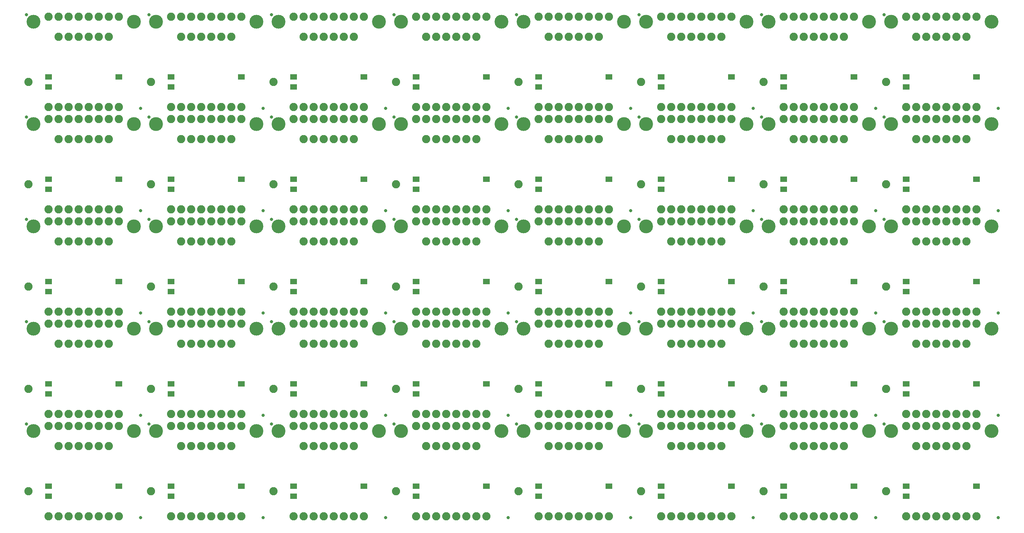
<source format=gbs>
G75*
%MOIN*%
%OFA0B0*%
%FSLAX25Y25*%
%IPPOS*%
%LPD*%
%AMOC8*
5,1,8,0,0,1.08239X$1,22.5*
%
%ADD10C,0.13800*%
%ADD11C,0.08200*%
%ADD12R,0.03300X0.05800*%
%ADD13C,0.03300*%
D10*
X0038750Y0118750D03*
X0138750Y0118750D03*
X0160750Y0118750D03*
X0260750Y0118750D03*
X0282750Y0118750D03*
X0382750Y0118750D03*
X0404750Y0118750D03*
X0504750Y0118750D03*
X0526750Y0118750D03*
X0626750Y0118750D03*
X0648750Y0118750D03*
X0748750Y0118750D03*
X0770750Y0118750D03*
X0870750Y0118750D03*
X0892750Y0118750D03*
X0992750Y0118750D03*
X0992750Y0220750D03*
X0892750Y0220750D03*
X0870750Y0220750D03*
X0770750Y0220750D03*
X0748750Y0220750D03*
X0648750Y0220750D03*
X0626750Y0220750D03*
X0526750Y0220750D03*
X0504750Y0220750D03*
X0404750Y0220750D03*
X0382750Y0220750D03*
X0282750Y0220750D03*
X0260750Y0220750D03*
X0160750Y0220750D03*
X0138750Y0220750D03*
X0038750Y0220750D03*
X0038750Y0322750D03*
X0138750Y0322750D03*
X0160750Y0322750D03*
X0260750Y0322750D03*
X0282750Y0322750D03*
X0382750Y0322750D03*
X0404750Y0322750D03*
X0504750Y0322750D03*
X0526750Y0322750D03*
X0626750Y0322750D03*
X0648750Y0322750D03*
X0748750Y0322750D03*
X0770750Y0322750D03*
X0870750Y0322750D03*
X0892750Y0322750D03*
X0992750Y0322750D03*
X0992750Y0424750D03*
X0892750Y0424750D03*
X0870750Y0424750D03*
X0770750Y0424750D03*
X0748750Y0424750D03*
X0648750Y0424750D03*
X0626750Y0424750D03*
X0526750Y0424750D03*
X0504750Y0424750D03*
X0404750Y0424750D03*
X0382750Y0424750D03*
X0282750Y0424750D03*
X0260750Y0424750D03*
X0160750Y0424750D03*
X0138750Y0424750D03*
X0038750Y0424750D03*
X0038750Y0526750D03*
X0138750Y0526750D03*
X0160750Y0526750D03*
X0260750Y0526750D03*
X0282750Y0526750D03*
X0382750Y0526750D03*
X0404750Y0526750D03*
X0504750Y0526750D03*
X0526750Y0526750D03*
X0626750Y0526750D03*
X0648750Y0526750D03*
X0748750Y0526750D03*
X0770750Y0526750D03*
X0870750Y0526750D03*
X0892750Y0526750D03*
X0992750Y0526750D03*
D11*
X0053750Y0033750D03*
X0063750Y0033750D03*
X0073750Y0033750D03*
X0083750Y0033750D03*
X0093750Y0033750D03*
X0103750Y0033750D03*
X0113750Y0033750D03*
X0123750Y0033750D03*
X0155750Y0058750D03*
X0175750Y0033750D03*
X0185750Y0033750D03*
X0195750Y0033750D03*
X0205750Y0033750D03*
X0215750Y0033750D03*
X0225750Y0033750D03*
X0235750Y0033750D03*
X0245750Y0033750D03*
X0277750Y0058750D03*
X0297750Y0033750D03*
X0307750Y0033750D03*
X0317750Y0033750D03*
X0327750Y0033750D03*
X0337750Y0033750D03*
X0347750Y0033750D03*
X0357750Y0033750D03*
X0367750Y0033750D03*
X0399750Y0058750D03*
X0419750Y0033750D03*
X0429750Y0033750D03*
X0439750Y0033750D03*
X0449750Y0033750D03*
X0459750Y0033750D03*
X0469750Y0033750D03*
X0479750Y0033750D03*
X0489750Y0033750D03*
X0521750Y0058750D03*
X0541750Y0033750D03*
X0551750Y0033750D03*
X0561750Y0033750D03*
X0571750Y0033750D03*
X0581750Y0033750D03*
X0591750Y0033750D03*
X0601750Y0033750D03*
X0611750Y0033750D03*
X0643750Y0058750D03*
X0663750Y0033750D03*
X0673750Y0033750D03*
X0683750Y0033750D03*
X0693750Y0033750D03*
X0703750Y0033750D03*
X0713750Y0033750D03*
X0723750Y0033750D03*
X0733750Y0033750D03*
X0765750Y0058750D03*
X0785750Y0033750D03*
X0795750Y0033750D03*
X0805750Y0033750D03*
X0815750Y0033750D03*
X0825750Y0033750D03*
X0835750Y0033750D03*
X0845750Y0033750D03*
X0855750Y0033750D03*
X0887750Y0058750D03*
X0907750Y0033750D03*
X0917750Y0033750D03*
X0927750Y0033750D03*
X0937750Y0033750D03*
X0947750Y0033750D03*
X0957750Y0033750D03*
X0967750Y0033750D03*
X0977750Y0033750D03*
X0967750Y0103750D03*
X0957750Y0103750D03*
X0947750Y0103750D03*
X0937750Y0103750D03*
X0927750Y0103750D03*
X0917750Y0103750D03*
X0917750Y0123750D03*
X0907750Y0123750D03*
X0907750Y0135750D03*
X0917750Y0135750D03*
X0927750Y0135750D03*
X0937750Y0135750D03*
X0947750Y0135750D03*
X0957750Y0135750D03*
X0967750Y0135750D03*
X0977750Y0135750D03*
X0977750Y0123750D03*
X0967750Y0123750D03*
X0957750Y0123750D03*
X0947750Y0123750D03*
X0937750Y0123750D03*
X0927750Y0123750D03*
X0887750Y0160750D03*
X0855750Y0135750D03*
X0845750Y0135750D03*
X0835750Y0135750D03*
X0825750Y0135750D03*
X0815750Y0135750D03*
X0805750Y0135750D03*
X0795750Y0135750D03*
X0785750Y0135750D03*
X0785750Y0123750D03*
X0795750Y0123750D03*
X0805750Y0123750D03*
X0815750Y0123750D03*
X0825750Y0123750D03*
X0835750Y0123750D03*
X0845750Y0123750D03*
X0855750Y0123750D03*
X0845750Y0103750D03*
X0835750Y0103750D03*
X0825750Y0103750D03*
X0815750Y0103750D03*
X0805750Y0103750D03*
X0795750Y0103750D03*
X0733750Y0123750D03*
X0723750Y0123750D03*
X0713750Y0123750D03*
X0703750Y0123750D03*
X0693750Y0123750D03*
X0683750Y0123750D03*
X0673750Y0123750D03*
X0663750Y0123750D03*
X0663750Y0135750D03*
X0673750Y0135750D03*
X0683750Y0135750D03*
X0693750Y0135750D03*
X0703750Y0135750D03*
X0713750Y0135750D03*
X0723750Y0135750D03*
X0733750Y0135750D03*
X0765750Y0160750D03*
X0795750Y0205750D03*
X0805750Y0205750D03*
X0815750Y0205750D03*
X0825750Y0205750D03*
X0835750Y0205750D03*
X0845750Y0205750D03*
X0845750Y0225750D03*
X0835750Y0225750D03*
X0825750Y0225750D03*
X0815750Y0225750D03*
X0805750Y0225750D03*
X0795750Y0225750D03*
X0785750Y0225750D03*
X0785750Y0237750D03*
X0795750Y0237750D03*
X0805750Y0237750D03*
X0815750Y0237750D03*
X0825750Y0237750D03*
X0835750Y0237750D03*
X0845750Y0237750D03*
X0855750Y0237750D03*
X0855750Y0225750D03*
X0907750Y0225750D03*
X0917750Y0225750D03*
X0927750Y0225750D03*
X0937750Y0225750D03*
X0947750Y0225750D03*
X0957750Y0225750D03*
X0967750Y0225750D03*
X0977750Y0225750D03*
X0977750Y0237750D03*
X0967750Y0237750D03*
X0957750Y0237750D03*
X0947750Y0237750D03*
X0937750Y0237750D03*
X0927750Y0237750D03*
X0917750Y0237750D03*
X0907750Y0237750D03*
X0887750Y0262750D03*
X0917750Y0307750D03*
X0927750Y0307750D03*
X0937750Y0307750D03*
X0947750Y0307750D03*
X0957750Y0307750D03*
X0967750Y0307750D03*
X0967750Y0327750D03*
X0957750Y0327750D03*
X0947750Y0327750D03*
X0937750Y0327750D03*
X0927750Y0327750D03*
X0917750Y0327750D03*
X0907750Y0327750D03*
X0907750Y0339750D03*
X0917750Y0339750D03*
X0927750Y0339750D03*
X0937750Y0339750D03*
X0947750Y0339750D03*
X0957750Y0339750D03*
X0967750Y0339750D03*
X0977750Y0339750D03*
X0977750Y0327750D03*
X0887750Y0364750D03*
X0855750Y0339750D03*
X0845750Y0339750D03*
X0835750Y0339750D03*
X0825750Y0339750D03*
X0815750Y0339750D03*
X0805750Y0339750D03*
X0795750Y0339750D03*
X0785750Y0339750D03*
X0785750Y0327750D03*
X0795750Y0327750D03*
X0805750Y0327750D03*
X0815750Y0327750D03*
X0825750Y0327750D03*
X0835750Y0327750D03*
X0845750Y0327750D03*
X0855750Y0327750D03*
X0845750Y0307750D03*
X0835750Y0307750D03*
X0825750Y0307750D03*
X0815750Y0307750D03*
X0805750Y0307750D03*
X0795750Y0307750D03*
X0733750Y0327750D03*
X0723750Y0327750D03*
X0713750Y0327750D03*
X0703750Y0327750D03*
X0693750Y0327750D03*
X0683750Y0327750D03*
X0673750Y0327750D03*
X0663750Y0327750D03*
X0663750Y0339750D03*
X0673750Y0339750D03*
X0683750Y0339750D03*
X0693750Y0339750D03*
X0703750Y0339750D03*
X0713750Y0339750D03*
X0723750Y0339750D03*
X0733750Y0339750D03*
X0765750Y0364750D03*
X0795750Y0409750D03*
X0805750Y0409750D03*
X0815750Y0409750D03*
X0825750Y0409750D03*
X0835750Y0409750D03*
X0845750Y0409750D03*
X0845750Y0429750D03*
X0835750Y0429750D03*
X0825750Y0429750D03*
X0815750Y0429750D03*
X0805750Y0429750D03*
X0795750Y0429750D03*
X0785750Y0429750D03*
X0785750Y0441750D03*
X0795750Y0441750D03*
X0805750Y0441750D03*
X0815750Y0441750D03*
X0825750Y0441750D03*
X0835750Y0441750D03*
X0845750Y0441750D03*
X0855750Y0441750D03*
X0855750Y0429750D03*
X0907750Y0429750D03*
X0917750Y0429750D03*
X0927750Y0429750D03*
X0937750Y0429750D03*
X0947750Y0429750D03*
X0957750Y0429750D03*
X0967750Y0429750D03*
X0977750Y0429750D03*
X0977750Y0441750D03*
X0967750Y0441750D03*
X0957750Y0441750D03*
X0947750Y0441750D03*
X0937750Y0441750D03*
X0927750Y0441750D03*
X0917750Y0441750D03*
X0907750Y0441750D03*
X0887750Y0466750D03*
X0917750Y0511750D03*
X0927750Y0511750D03*
X0937750Y0511750D03*
X0947750Y0511750D03*
X0957750Y0511750D03*
X0967750Y0511750D03*
X0967750Y0531750D03*
X0957750Y0531750D03*
X0947750Y0531750D03*
X0937750Y0531750D03*
X0927750Y0531750D03*
X0917750Y0531750D03*
X0907750Y0531750D03*
X0855750Y0531750D03*
X0845750Y0531750D03*
X0835750Y0531750D03*
X0825750Y0531750D03*
X0815750Y0531750D03*
X0805750Y0531750D03*
X0795750Y0531750D03*
X0785750Y0531750D03*
X0795750Y0511750D03*
X0805750Y0511750D03*
X0815750Y0511750D03*
X0825750Y0511750D03*
X0835750Y0511750D03*
X0845750Y0511750D03*
X0765750Y0466750D03*
X0733750Y0441750D03*
X0723750Y0441750D03*
X0713750Y0441750D03*
X0703750Y0441750D03*
X0693750Y0441750D03*
X0683750Y0441750D03*
X0673750Y0441750D03*
X0663750Y0441750D03*
X0663750Y0429750D03*
X0673750Y0429750D03*
X0683750Y0429750D03*
X0693750Y0429750D03*
X0703750Y0429750D03*
X0713750Y0429750D03*
X0723750Y0429750D03*
X0733750Y0429750D03*
X0723750Y0409750D03*
X0713750Y0409750D03*
X0703750Y0409750D03*
X0693750Y0409750D03*
X0683750Y0409750D03*
X0673750Y0409750D03*
X0611750Y0429750D03*
X0601750Y0429750D03*
X0591750Y0429750D03*
X0581750Y0429750D03*
X0571750Y0429750D03*
X0561750Y0429750D03*
X0551750Y0429750D03*
X0541750Y0429750D03*
X0541750Y0441750D03*
X0551750Y0441750D03*
X0561750Y0441750D03*
X0571750Y0441750D03*
X0581750Y0441750D03*
X0591750Y0441750D03*
X0601750Y0441750D03*
X0611750Y0441750D03*
X0643750Y0466750D03*
X0673750Y0511750D03*
X0683750Y0511750D03*
X0693750Y0511750D03*
X0703750Y0511750D03*
X0713750Y0511750D03*
X0723750Y0511750D03*
X0723750Y0531750D03*
X0713750Y0531750D03*
X0703750Y0531750D03*
X0693750Y0531750D03*
X0683750Y0531750D03*
X0673750Y0531750D03*
X0663750Y0531750D03*
X0611750Y0531750D03*
X0601750Y0531750D03*
X0591750Y0531750D03*
X0581750Y0531750D03*
X0571750Y0531750D03*
X0561750Y0531750D03*
X0551750Y0531750D03*
X0541750Y0531750D03*
X0551750Y0511750D03*
X0561750Y0511750D03*
X0571750Y0511750D03*
X0581750Y0511750D03*
X0591750Y0511750D03*
X0601750Y0511750D03*
X0521750Y0466750D03*
X0489750Y0441750D03*
X0479750Y0441750D03*
X0469750Y0441750D03*
X0459750Y0441750D03*
X0449750Y0441750D03*
X0439750Y0441750D03*
X0429750Y0441750D03*
X0419750Y0441750D03*
X0419750Y0429750D03*
X0429750Y0429750D03*
X0439750Y0429750D03*
X0449750Y0429750D03*
X0459750Y0429750D03*
X0469750Y0429750D03*
X0479750Y0429750D03*
X0489750Y0429750D03*
X0479750Y0409750D03*
X0469750Y0409750D03*
X0459750Y0409750D03*
X0449750Y0409750D03*
X0439750Y0409750D03*
X0429750Y0409750D03*
X0367750Y0429750D03*
X0357750Y0429750D03*
X0347750Y0429750D03*
X0337750Y0429750D03*
X0327750Y0429750D03*
X0317750Y0429750D03*
X0307750Y0429750D03*
X0297750Y0429750D03*
X0297750Y0441750D03*
X0307750Y0441750D03*
X0317750Y0441750D03*
X0327750Y0441750D03*
X0337750Y0441750D03*
X0347750Y0441750D03*
X0357750Y0441750D03*
X0367750Y0441750D03*
X0399750Y0466750D03*
X0429750Y0511750D03*
X0439750Y0511750D03*
X0449750Y0511750D03*
X0459750Y0511750D03*
X0469750Y0511750D03*
X0479750Y0511750D03*
X0479750Y0531750D03*
X0469750Y0531750D03*
X0459750Y0531750D03*
X0449750Y0531750D03*
X0439750Y0531750D03*
X0429750Y0531750D03*
X0419750Y0531750D03*
X0367750Y0531750D03*
X0357750Y0531750D03*
X0347750Y0531750D03*
X0337750Y0531750D03*
X0327750Y0531750D03*
X0317750Y0531750D03*
X0307750Y0531750D03*
X0297750Y0531750D03*
X0307750Y0511750D03*
X0317750Y0511750D03*
X0327750Y0511750D03*
X0337750Y0511750D03*
X0347750Y0511750D03*
X0357750Y0511750D03*
X0277750Y0466750D03*
X0245750Y0441750D03*
X0235750Y0441750D03*
X0225750Y0441750D03*
X0215750Y0441750D03*
X0205750Y0441750D03*
X0195750Y0441750D03*
X0185750Y0441750D03*
X0175750Y0441750D03*
X0175750Y0429750D03*
X0185750Y0429750D03*
X0195750Y0429750D03*
X0205750Y0429750D03*
X0215750Y0429750D03*
X0225750Y0429750D03*
X0235750Y0429750D03*
X0245750Y0429750D03*
X0235750Y0409750D03*
X0225750Y0409750D03*
X0215750Y0409750D03*
X0205750Y0409750D03*
X0195750Y0409750D03*
X0185750Y0409750D03*
X0123750Y0429750D03*
X0113750Y0429750D03*
X0103750Y0429750D03*
X0093750Y0429750D03*
X0083750Y0429750D03*
X0073750Y0429750D03*
X0063750Y0429750D03*
X0053750Y0429750D03*
X0053750Y0441750D03*
X0063750Y0441750D03*
X0073750Y0441750D03*
X0083750Y0441750D03*
X0093750Y0441750D03*
X0103750Y0441750D03*
X0113750Y0441750D03*
X0123750Y0441750D03*
X0155750Y0466750D03*
X0185750Y0511750D03*
X0195750Y0511750D03*
X0205750Y0511750D03*
X0215750Y0511750D03*
X0225750Y0511750D03*
X0235750Y0511750D03*
X0235750Y0531750D03*
X0225750Y0531750D03*
X0215750Y0531750D03*
X0205750Y0531750D03*
X0195750Y0531750D03*
X0185750Y0531750D03*
X0175750Y0531750D03*
X0123750Y0531750D03*
X0113750Y0531750D03*
X0103750Y0531750D03*
X0093750Y0531750D03*
X0083750Y0531750D03*
X0073750Y0531750D03*
X0063750Y0531750D03*
X0053750Y0531750D03*
X0063750Y0511750D03*
X0073750Y0511750D03*
X0083750Y0511750D03*
X0093750Y0511750D03*
X0103750Y0511750D03*
X0113750Y0511750D03*
X0033750Y0466750D03*
X0063750Y0409750D03*
X0073750Y0409750D03*
X0083750Y0409750D03*
X0093750Y0409750D03*
X0103750Y0409750D03*
X0113750Y0409750D03*
X0155750Y0364750D03*
X0175750Y0339750D03*
X0185750Y0339750D03*
X0195750Y0339750D03*
X0205750Y0339750D03*
X0215750Y0339750D03*
X0225750Y0339750D03*
X0235750Y0339750D03*
X0245750Y0339750D03*
X0245750Y0327750D03*
X0235750Y0327750D03*
X0225750Y0327750D03*
X0215750Y0327750D03*
X0205750Y0327750D03*
X0195750Y0327750D03*
X0185750Y0327750D03*
X0175750Y0327750D03*
X0185750Y0307750D03*
X0195750Y0307750D03*
X0205750Y0307750D03*
X0215750Y0307750D03*
X0225750Y0307750D03*
X0235750Y0307750D03*
X0297750Y0327750D03*
X0307750Y0327750D03*
X0317750Y0327750D03*
X0327750Y0327750D03*
X0337750Y0327750D03*
X0347750Y0327750D03*
X0357750Y0327750D03*
X0367750Y0327750D03*
X0367750Y0339750D03*
X0357750Y0339750D03*
X0347750Y0339750D03*
X0337750Y0339750D03*
X0327750Y0339750D03*
X0317750Y0339750D03*
X0307750Y0339750D03*
X0297750Y0339750D03*
X0277750Y0364750D03*
X0307750Y0409750D03*
X0317750Y0409750D03*
X0327750Y0409750D03*
X0337750Y0409750D03*
X0347750Y0409750D03*
X0357750Y0409750D03*
X0399750Y0364750D03*
X0419750Y0339750D03*
X0429750Y0339750D03*
X0439750Y0339750D03*
X0449750Y0339750D03*
X0459750Y0339750D03*
X0469750Y0339750D03*
X0479750Y0339750D03*
X0489750Y0339750D03*
X0489750Y0327750D03*
X0479750Y0327750D03*
X0469750Y0327750D03*
X0459750Y0327750D03*
X0449750Y0327750D03*
X0439750Y0327750D03*
X0429750Y0327750D03*
X0419750Y0327750D03*
X0429750Y0307750D03*
X0439750Y0307750D03*
X0449750Y0307750D03*
X0459750Y0307750D03*
X0469750Y0307750D03*
X0479750Y0307750D03*
X0541750Y0327750D03*
X0551750Y0327750D03*
X0561750Y0327750D03*
X0571750Y0327750D03*
X0581750Y0327750D03*
X0591750Y0327750D03*
X0601750Y0327750D03*
X0611750Y0327750D03*
X0611750Y0339750D03*
X0601750Y0339750D03*
X0591750Y0339750D03*
X0581750Y0339750D03*
X0571750Y0339750D03*
X0561750Y0339750D03*
X0551750Y0339750D03*
X0541750Y0339750D03*
X0521750Y0364750D03*
X0551750Y0409750D03*
X0561750Y0409750D03*
X0571750Y0409750D03*
X0581750Y0409750D03*
X0591750Y0409750D03*
X0601750Y0409750D03*
X0643750Y0364750D03*
X0673750Y0307750D03*
X0683750Y0307750D03*
X0693750Y0307750D03*
X0703750Y0307750D03*
X0713750Y0307750D03*
X0723750Y0307750D03*
X0765750Y0262750D03*
X0733750Y0237750D03*
X0723750Y0237750D03*
X0713750Y0237750D03*
X0703750Y0237750D03*
X0693750Y0237750D03*
X0683750Y0237750D03*
X0673750Y0237750D03*
X0663750Y0237750D03*
X0663750Y0225750D03*
X0673750Y0225750D03*
X0683750Y0225750D03*
X0693750Y0225750D03*
X0703750Y0225750D03*
X0713750Y0225750D03*
X0723750Y0225750D03*
X0733750Y0225750D03*
X0723750Y0205750D03*
X0713750Y0205750D03*
X0703750Y0205750D03*
X0693750Y0205750D03*
X0683750Y0205750D03*
X0673750Y0205750D03*
X0611750Y0225750D03*
X0601750Y0225750D03*
X0591750Y0225750D03*
X0581750Y0225750D03*
X0571750Y0225750D03*
X0561750Y0225750D03*
X0551750Y0225750D03*
X0541750Y0225750D03*
X0541750Y0237750D03*
X0551750Y0237750D03*
X0561750Y0237750D03*
X0571750Y0237750D03*
X0581750Y0237750D03*
X0591750Y0237750D03*
X0601750Y0237750D03*
X0611750Y0237750D03*
X0643750Y0262750D03*
X0601750Y0307750D03*
X0591750Y0307750D03*
X0581750Y0307750D03*
X0571750Y0307750D03*
X0561750Y0307750D03*
X0551750Y0307750D03*
X0521750Y0262750D03*
X0489750Y0237750D03*
X0479750Y0237750D03*
X0469750Y0237750D03*
X0459750Y0237750D03*
X0449750Y0237750D03*
X0439750Y0237750D03*
X0429750Y0237750D03*
X0419750Y0237750D03*
X0419750Y0225750D03*
X0429750Y0225750D03*
X0439750Y0225750D03*
X0449750Y0225750D03*
X0459750Y0225750D03*
X0469750Y0225750D03*
X0479750Y0225750D03*
X0489750Y0225750D03*
X0479750Y0205750D03*
X0469750Y0205750D03*
X0459750Y0205750D03*
X0449750Y0205750D03*
X0439750Y0205750D03*
X0429750Y0205750D03*
X0367750Y0225750D03*
X0357750Y0225750D03*
X0347750Y0225750D03*
X0337750Y0225750D03*
X0327750Y0225750D03*
X0317750Y0225750D03*
X0307750Y0225750D03*
X0297750Y0225750D03*
X0297750Y0237750D03*
X0307750Y0237750D03*
X0317750Y0237750D03*
X0327750Y0237750D03*
X0337750Y0237750D03*
X0347750Y0237750D03*
X0357750Y0237750D03*
X0367750Y0237750D03*
X0399750Y0262750D03*
X0357750Y0307750D03*
X0347750Y0307750D03*
X0337750Y0307750D03*
X0327750Y0307750D03*
X0317750Y0307750D03*
X0307750Y0307750D03*
X0277750Y0262750D03*
X0245750Y0237750D03*
X0235750Y0237750D03*
X0225750Y0237750D03*
X0215750Y0237750D03*
X0205750Y0237750D03*
X0195750Y0237750D03*
X0185750Y0237750D03*
X0175750Y0237750D03*
X0175750Y0225750D03*
X0185750Y0225750D03*
X0195750Y0225750D03*
X0205750Y0225750D03*
X0215750Y0225750D03*
X0225750Y0225750D03*
X0235750Y0225750D03*
X0245750Y0225750D03*
X0235750Y0205750D03*
X0225750Y0205750D03*
X0215750Y0205750D03*
X0205750Y0205750D03*
X0195750Y0205750D03*
X0185750Y0205750D03*
X0123750Y0225750D03*
X0113750Y0225750D03*
X0103750Y0225750D03*
X0093750Y0225750D03*
X0083750Y0225750D03*
X0073750Y0225750D03*
X0063750Y0225750D03*
X0053750Y0225750D03*
X0053750Y0237750D03*
X0063750Y0237750D03*
X0073750Y0237750D03*
X0083750Y0237750D03*
X0093750Y0237750D03*
X0103750Y0237750D03*
X0113750Y0237750D03*
X0123750Y0237750D03*
X0155750Y0262750D03*
X0113750Y0307750D03*
X0103750Y0307750D03*
X0093750Y0307750D03*
X0083750Y0307750D03*
X0073750Y0307750D03*
X0063750Y0307750D03*
X0063750Y0327750D03*
X0053750Y0327750D03*
X0053750Y0339750D03*
X0063750Y0339750D03*
X0073750Y0339750D03*
X0083750Y0339750D03*
X0093750Y0339750D03*
X0103750Y0339750D03*
X0113750Y0339750D03*
X0123750Y0339750D03*
X0123750Y0327750D03*
X0113750Y0327750D03*
X0103750Y0327750D03*
X0093750Y0327750D03*
X0083750Y0327750D03*
X0073750Y0327750D03*
X0033750Y0364750D03*
X0033750Y0262750D03*
X0063750Y0205750D03*
X0073750Y0205750D03*
X0083750Y0205750D03*
X0093750Y0205750D03*
X0103750Y0205750D03*
X0113750Y0205750D03*
X0155750Y0160750D03*
X0175750Y0135750D03*
X0185750Y0135750D03*
X0195750Y0135750D03*
X0205750Y0135750D03*
X0215750Y0135750D03*
X0225750Y0135750D03*
X0235750Y0135750D03*
X0245750Y0135750D03*
X0245750Y0123750D03*
X0235750Y0123750D03*
X0225750Y0123750D03*
X0215750Y0123750D03*
X0205750Y0123750D03*
X0195750Y0123750D03*
X0185750Y0123750D03*
X0175750Y0123750D03*
X0185750Y0103750D03*
X0195750Y0103750D03*
X0205750Y0103750D03*
X0215750Y0103750D03*
X0225750Y0103750D03*
X0235750Y0103750D03*
X0297750Y0123750D03*
X0307750Y0123750D03*
X0317750Y0123750D03*
X0327750Y0123750D03*
X0337750Y0123750D03*
X0347750Y0123750D03*
X0357750Y0123750D03*
X0367750Y0123750D03*
X0367750Y0135750D03*
X0357750Y0135750D03*
X0347750Y0135750D03*
X0337750Y0135750D03*
X0327750Y0135750D03*
X0317750Y0135750D03*
X0307750Y0135750D03*
X0297750Y0135750D03*
X0277750Y0160750D03*
X0307750Y0205750D03*
X0317750Y0205750D03*
X0327750Y0205750D03*
X0337750Y0205750D03*
X0347750Y0205750D03*
X0357750Y0205750D03*
X0399750Y0160750D03*
X0419750Y0135750D03*
X0429750Y0135750D03*
X0439750Y0135750D03*
X0449750Y0135750D03*
X0459750Y0135750D03*
X0469750Y0135750D03*
X0479750Y0135750D03*
X0489750Y0135750D03*
X0489750Y0123750D03*
X0479750Y0123750D03*
X0469750Y0123750D03*
X0459750Y0123750D03*
X0449750Y0123750D03*
X0439750Y0123750D03*
X0429750Y0123750D03*
X0419750Y0123750D03*
X0429750Y0103750D03*
X0439750Y0103750D03*
X0449750Y0103750D03*
X0459750Y0103750D03*
X0469750Y0103750D03*
X0479750Y0103750D03*
X0541750Y0123750D03*
X0551750Y0123750D03*
X0561750Y0123750D03*
X0571750Y0123750D03*
X0581750Y0123750D03*
X0591750Y0123750D03*
X0601750Y0123750D03*
X0611750Y0123750D03*
X0611750Y0135750D03*
X0601750Y0135750D03*
X0591750Y0135750D03*
X0581750Y0135750D03*
X0571750Y0135750D03*
X0561750Y0135750D03*
X0551750Y0135750D03*
X0541750Y0135750D03*
X0521750Y0160750D03*
X0551750Y0205750D03*
X0561750Y0205750D03*
X0571750Y0205750D03*
X0581750Y0205750D03*
X0591750Y0205750D03*
X0601750Y0205750D03*
X0643750Y0160750D03*
X0673750Y0103750D03*
X0683750Y0103750D03*
X0693750Y0103750D03*
X0703750Y0103750D03*
X0713750Y0103750D03*
X0723750Y0103750D03*
X0601750Y0103750D03*
X0591750Y0103750D03*
X0581750Y0103750D03*
X0571750Y0103750D03*
X0561750Y0103750D03*
X0551750Y0103750D03*
X0357750Y0103750D03*
X0347750Y0103750D03*
X0337750Y0103750D03*
X0327750Y0103750D03*
X0317750Y0103750D03*
X0307750Y0103750D03*
X0123750Y0123750D03*
X0113750Y0123750D03*
X0103750Y0123750D03*
X0093750Y0123750D03*
X0083750Y0123750D03*
X0073750Y0123750D03*
X0063750Y0123750D03*
X0053750Y0123750D03*
X0053750Y0135750D03*
X0063750Y0135750D03*
X0073750Y0135750D03*
X0083750Y0135750D03*
X0093750Y0135750D03*
X0103750Y0135750D03*
X0113750Y0135750D03*
X0123750Y0135750D03*
X0113750Y0103750D03*
X0103750Y0103750D03*
X0093750Y0103750D03*
X0083750Y0103750D03*
X0073750Y0103750D03*
X0063750Y0103750D03*
X0033750Y0058750D03*
X0033750Y0160750D03*
X0245750Y0531750D03*
X0489750Y0531750D03*
X0733750Y0531750D03*
X0917750Y0409750D03*
X0927750Y0409750D03*
X0937750Y0409750D03*
X0947750Y0409750D03*
X0957750Y0409750D03*
X0967750Y0409750D03*
X0977750Y0531750D03*
X0967750Y0205750D03*
X0957750Y0205750D03*
X0947750Y0205750D03*
X0937750Y0205750D03*
X0927750Y0205750D03*
X0917750Y0205750D03*
D12*
X0909522Y0165750D03*
X0905978Y0165750D03*
X0905978Y0155750D03*
X0909522Y0155750D03*
X0857522Y0165750D03*
X0853978Y0165750D03*
X0787522Y0165750D03*
X0783978Y0165750D03*
X0783978Y0155750D03*
X0787522Y0155750D03*
X0735522Y0165750D03*
X0731978Y0165750D03*
X0665522Y0165750D03*
X0661978Y0165750D03*
X0661978Y0155750D03*
X0665522Y0155750D03*
X0613522Y0165750D03*
X0609978Y0165750D03*
X0543522Y0165750D03*
X0539978Y0165750D03*
X0539978Y0155750D03*
X0543522Y0155750D03*
X0491522Y0165750D03*
X0487978Y0165750D03*
X0421522Y0165750D03*
X0417978Y0165750D03*
X0417978Y0155750D03*
X0421522Y0155750D03*
X0369522Y0165750D03*
X0365978Y0165750D03*
X0299522Y0165750D03*
X0295978Y0165750D03*
X0295978Y0155750D03*
X0299522Y0155750D03*
X0247522Y0165750D03*
X0243978Y0165750D03*
X0177522Y0165750D03*
X0173978Y0165750D03*
X0173978Y0155750D03*
X0177522Y0155750D03*
X0125522Y0165750D03*
X0121978Y0165750D03*
X0055522Y0165750D03*
X0051978Y0165750D03*
X0051978Y0155750D03*
X0055522Y0155750D03*
X0055522Y0063750D03*
X0051978Y0063750D03*
X0051978Y0053750D03*
X0055522Y0053750D03*
X0121978Y0063750D03*
X0125522Y0063750D03*
X0173978Y0063750D03*
X0177522Y0063750D03*
X0177522Y0053750D03*
X0173978Y0053750D03*
X0243978Y0063750D03*
X0247522Y0063750D03*
X0295978Y0063750D03*
X0299522Y0063750D03*
X0299522Y0053750D03*
X0295978Y0053750D03*
X0365978Y0063750D03*
X0369522Y0063750D03*
X0417978Y0063750D03*
X0421522Y0063750D03*
X0421522Y0053750D03*
X0417978Y0053750D03*
X0487978Y0063750D03*
X0491522Y0063750D03*
X0539978Y0063750D03*
X0543522Y0063750D03*
X0543522Y0053750D03*
X0539978Y0053750D03*
X0609978Y0063750D03*
X0613522Y0063750D03*
X0661978Y0063750D03*
X0665522Y0063750D03*
X0665522Y0053750D03*
X0661978Y0053750D03*
X0731978Y0063750D03*
X0735522Y0063750D03*
X0783978Y0063750D03*
X0787522Y0063750D03*
X0787522Y0053750D03*
X0783978Y0053750D03*
X0853978Y0063750D03*
X0857522Y0063750D03*
X0905978Y0063750D03*
X0909522Y0063750D03*
X0909522Y0053750D03*
X0905978Y0053750D03*
X0975978Y0063750D03*
X0979522Y0063750D03*
X0979522Y0165750D03*
X0975978Y0165750D03*
X0909522Y0257750D03*
X0905978Y0257750D03*
X0905978Y0267750D03*
X0909522Y0267750D03*
X0857522Y0267750D03*
X0853978Y0267750D03*
X0787522Y0267750D03*
X0783978Y0267750D03*
X0783978Y0257750D03*
X0787522Y0257750D03*
X0735522Y0267750D03*
X0731978Y0267750D03*
X0665522Y0267750D03*
X0661978Y0267750D03*
X0661978Y0257750D03*
X0665522Y0257750D03*
X0613522Y0267750D03*
X0609978Y0267750D03*
X0543522Y0267750D03*
X0539978Y0267750D03*
X0539978Y0257750D03*
X0543522Y0257750D03*
X0491522Y0267750D03*
X0487978Y0267750D03*
X0421522Y0267750D03*
X0417978Y0267750D03*
X0417978Y0257750D03*
X0421522Y0257750D03*
X0369522Y0267750D03*
X0365978Y0267750D03*
X0299522Y0267750D03*
X0295978Y0267750D03*
X0295978Y0257750D03*
X0299522Y0257750D03*
X0247522Y0267750D03*
X0243978Y0267750D03*
X0177522Y0267750D03*
X0173978Y0267750D03*
X0173978Y0257750D03*
X0177522Y0257750D03*
X0125522Y0267750D03*
X0121978Y0267750D03*
X0055522Y0267750D03*
X0051978Y0267750D03*
X0051978Y0257750D03*
X0055522Y0257750D03*
X0055522Y0359750D03*
X0051978Y0359750D03*
X0051978Y0369750D03*
X0055522Y0369750D03*
X0121978Y0369750D03*
X0125522Y0369750D03*
X0173978Y0369750D03*
X0177522Y0369750D03*
X0177522Y0359750D03*
X0173978Y0359750D03*
X0243978Y0369750D03*
X0247522Y0369750D03*
X0295978Y0369750D03*
X0299522Y0369750D03*
X0299522Y0359750D03*
X0295978Y0359750D03*
X0365978Y0369750D03*
X0369522Y0369750D03*
X0417978Y0369750D03*
X0421522Y0369750D03*
X0421522Y0359750D03*
X0417978Y0359750D03*
X0487978Y0369750D03*
X0491522Y0369750D03*
X0539978Y0369750D03*
X0543522Y0369750D03*
X0543522Y0359750D03*
X0539978Y0359750D03*
X0609978Y0369750D03*
X0613522Y0369750D03*
X0661978Y0369750D03*
X0665522Y0369750D03*
X0665522Y0359750D03*
X0661978Y0359750D03*
X0731978Y0369750D03*
X0735522Y0369750D03*
X0783978Y0369750D03*
X0787522Y0369750D03*
X0787522Y0359750D03*
X0783978Y0359750D03*
X0853978Y0369750D03*
X0857522Y0369750D03*
X0905978Y0369750D03*
X0909522Y0369750D03*
X0909522Y0359750D03*
X0905978Y0359750D03*
X0975978Y0369750D03*
X0979522Y0369750D03*
X0909522Y0461750D03*
X0905978Y0461750D03*
X0905978Y0471750D03*
X0909522Y0471750D03*
X0857522Y0471750D03*
X0853978Y0471750D03*
X0787522Y0471750D03*
X0783978Y0471750D03*
X0783978Y0461750D03*
X0787522Y0461750D03*
X0735522Y0471750D03*
X0731978Y0471750D03*
X0665522Y0471750D03*
X0661978Y0471750D03*
X0661978Y0461750D03*
X0665522Y0461750D03*
X0613522Y0471750D03*
X0609978Y0471750D03*
X0543522Y0471750D03*
X0539978Y0471750D03*
X0539978Y0461750D03*
X0543522Y0461750D03*
X0491522Y0471750D03*
X0487978Y0471750D03*
X0421522Y0471750D03*
X0417978Y0471750D03*
X0417978Y0461750D03*
X0421522Y0461750D03*
X0369522Y0471750D03*
X0365978Y0471750D03*
X0299522Y0471750D03*
X0295978Y0471750D03*
X0295978Y0461750D03*
X0299522Y0461750D03*
X0247522Y0471750D03*
X0243978Y0471750D03*
X0177522Y0471750D03*
X0173978Y0471750D03*
X0173978Y0461750D03*
X0177522Y0461750D03*
X0125522Y0471750D03*
X0121978Y0471750D03*
X0055522Y0471750D03*
X0051978Y0471750D03*
X0051978Y0461750D03*
X0055522Y0461750D03*
X0975978Y0471750D03*
X0979522Y0471750D03*
X0979522Y0267750D03*
X0975978Y0267750D03*
D13*
X0999250Y0236250D03*
X0885750Y0227750D03*
X0877250Y0236250D03*
X0763750Y0227750D03*
X0755250Y0236250D03*
X0641750Y0227750D03*
X0633250Y0236250D03*
X0519750Y0227750D03*
X0511250Y0236250D03*
X0397750Y0227750D03*
X0389250Y0236250D03*
X0275750Y0227750D03*
X0267250Y0236250D03*
X0153750Y0227750D03*
X0145250Y0236250D03*
X0031750Y0227750D03*
X0145250Y0134250D03*
X0153750Y0125750D03*
X0267250Y0134250D03*
X0275750Y0125750D03*
X0389250Y0134250D03*
X0397750Y0125750D03*
X0511250Y0134250D03*
X0519750Y0125750D03*
X0633250Y0134250D03*
X0641750Y0125750D03*
X0755250Y0134250D03*
X0763750Y0125750D03*
X0877250Y0134250D03*
X0885750Y0125750D03*
X0999250Y0134250D03*
X0999250Y0032250D03*
X0877250Y0032250D03*
X0755250Y0032250D03*
X0633250Y0032250D03*
X0511250Y0032250D03*
X0389250Y0032250D03*
X0267250Y0032250D03*
X0145250Y0032250D03*
X0031750Y0125750D03*
X0031750Y0329750D03*
X0145250Y0338250D03*
X0153750Y0329750D03*
X0267250Y0338250D03*
X0275750Y0329750D03*
X0389250Y0338250D03*
X0397750Y0329750D03*
X0511250Y0338250D03*
X0519750Y0329750D03*
X0633250Y0338250D03*
X0641750Y0329750D03*
X0755250Y0338250D03*
X0763750Y0329750D03*
X0877250Y0338250D03*
X0885750Y0329750D03*
X0999250Y0338250D03*
X0885750Y0431750D03*
X0877250Y0440250D03*
X0763750Y0431750D03*
X0755250Y0440250D03*
X0641750Y0431750D03*
X0633250Y0440250D03*
X0519750Y0431750D03*
X0511250Y0440250D03*
X0397750Y0431750D03*
X0389250Y0440250D03*
X0275750Y0431750D03*
X0267250Y0440250D03*
X0153750Y0431750D03*
X0145250Y0440250D03*
X0031750Y0431750D03*
X0031750Y0533750D03*
X0153750Y0533750D03*
X0275750Y0533750D03*
X0397750Y0533750D03*
X0519750Y0533750D03*
X0641750Y0533750D03*
X0763750Y0533750D03*
X0885750Y0533750D03*
X0999250Y0440250D03*
M02*

</source>
